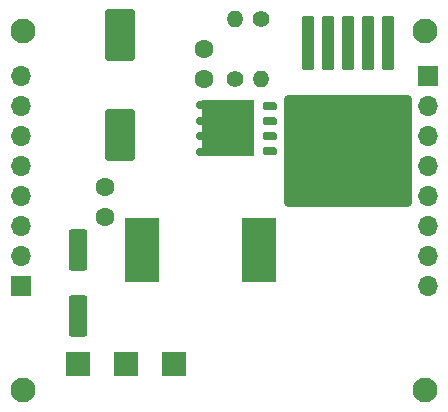
<source format=gbr>
%TF.GenerationSoftware,KiCad,Pcbnew,7.0.11*%
%TF.CreationDate,2025-01-20T01:33:53+09:00*%
%TF.ProjectId,VoltageBooster,566f6c74-6167-4654-926f-6f737465722e,rev?*%
%TF.SameCoordinates,Original*%
%TF.FileFunction,Soldermask,Top*%
%TF.FilePolarity,Negative*%
%FSLAX46Y46*%
G04 Gerber Fmt 4.6, Leading zero omitted, Abs format (unit mm)*
G04 Created by KiCad (PCBNEW 7.0.11) date 2025-01-20 01:33:53*
%MOMM*%
%LPD*%
G01*
G04 APERTURE LIST*
G04 Aperture macros list*
%AMRoundRect*
0 Rectangle with rounded corners*
0 $1 Rounding radius*
0 $2 $3 $4 $5 $6 $7 $8 $9 X,Y pos of 4 corners*
0 Add a 4 corners polygon primitive as box body*
4,1,4,$2,$3,$4,$5,$6,$7,$8,$9,$2,$3,0*
0 Add four circle primitives for the rounded corners*
1,1,$1+$1,$2,$3*
1,1,$1+$1,$4,$5*
1,1,$1+$1,$6,$7*
1,1,$1+$1,$8,$9*
0 Add four rect primitives between the rounded corners*
20,1,$1+$1,$2,$3,$4,$5,0*
20,1,$1+$1,$4,$5,$6,$7,0*
20,1,$1+$1,$6,$7,$8,$9,0*
20,1,$1+$1,$8,$9,$2,$3,0*%
G04 Aperture macros list end*
%ADD10RoundRect,0.250000X-0.550000X1.500000X-0.550000X-1.500000X0.550000X-1.500000X0.550000X1.500000X0*%
%ADD11C,2.100000*%
%ADD12R,2.000000X2.000000*%
%ADD13R,4.500000X4.700000*%
%ADD14RoundRect,0.175000X0.325000X0.175000X-0.325000X0.175000X-0.325000X-0.175000X0.325000X-0.175000X0*%
%ADD15RoundRect,0.162500X0.437500X0.162500X-0.437500X0.162500X-0.437500X-0.162500X0.437500X-0.162500X0*%
%ADD16R,2.900000X5.400000*%
%ADD17C,1.400000*%
%ADD18O,1.400000X1.400000*%
%ADD19RoundRect,0.250000X1.000000X-1.950000X1.000000X1.950000X-1.000000X1.950000X-1.000000X-1.950000X0*%
%ADD20RoundRect,0.250000X-0.300000X2.050000X-0.300000X-2.050000X0.300000X-2.050000X0.300000X2.050000X0*%
%ADD21RoundRect,0.250002X-5.149998X4.449998X-5.149998X-4.449998X5.149998X-4.449998X5.149998X4.449998X0*%
%ADD22R,1.700000X1.700000*%
%ADD23O,1.700000X1.700000*%
%ADD24C,1.600000*%
G04 APERTURE END LIST*
D10*
%TO.C,C1*%
X139954000Y-104896000D03*
X139954000Y-110496000D03*
%TD*%
D11*
%TO.C,REF\u002A\u002A*%
X169370000Y-116740000D03*
%TD*%
%TO.C,REF\u002A\u002A*%
X135360000Y-86360000D03*
%TD*%
D12*
%TO.C,REF\u002A\u002A*%
X144018000Y-114554000D03*
%TD*%
D13*
%TO.C,D1*%
X152710000Y-94615000D03*
D14*
X150460000Y-96610000D03*
X150460000Y-95280000D03*
X150460000Y-93950000D03*
X150460000Y-92620000D03*
D15*
X156210000Y-96520000D03*
X156210000Y-95250000D03*
X156210000Y-93980000D03*
X156210000Y-92710000D03*
%TD*%
D16*
%TO.C,L1*%
X145418000Y-104902000D03*
X155318000Y-104902000D03*
%TD*%
D17*
%TO.C,R2*%
X155448000Y-85344000D03*
D18*
X155448000Y-90424000D03*
%TD*%
D19*
%TO.C,C4*%
X143510000Y-95132000D03*
X143510000Y-86732000D03*
%TD*%
D20*
%TO.C,VR1*%
X166214000Y-87370000D03*
X164514000Y-87370000D03*
X162814000Y-87370000D03*
D21*
X162814000Y-96520000D03*
D20*
X161114000Y-87370000D03*
X159414000Y-87370000D03*
%TD*%
D22*
%TO.C,J2*%
X135128000Y-107950000D03*
D23*
X135128000Y-105410000D03*
X135128000Y-102870000D03*
X135128000Y-100330000D03*
X135128000Y-97790000D03*
X135128000Y-95250000D03*
X135128000Y-92710000D03*
X135128000Y-90170000D03*
%TD*%
D24*
%TO.C,C3*%
X150622000Y-90404000D03*
X150622000Y-87904000D03*
%TD*%
D12*
%TO.C,REF\u002A\u002A*%
X148082000Y-114554000D03*
%TD*%
D22*
%TO.C,J1*%
X169570000Y-90170000D03*
D23*
X169570000Y-92710000D03*
X169570000Y-95250000D03*
X169570000Y-97790000D03*
X169570000Y-100330000D03*
X169570000Y-102870000D03*
X169570000Y-105410000D03*
X169570000Y-107950000D03*
%TD*%
D11*
%TO.C,REF\u002A\u002A*%
X169350000Y-86350000D03*
%TD*%
D24*
%TO.C,C2*%
X142240000Y-102088000D03*
X142240000Y-99588000D03*
%TD*%
D11*
%TO.C,REF\u002A\u002A*%
X135360000Y-116720000D03*
%TD*%
D17*
%TO.C,R1*%
X153238000Y-90429000D03*
D18*
X153238000Y-85349000D03*
%TD*%
D12*
%TO.C,REF\u002A\u002A*%
X139954000Y-114554000D03*
%TD*%
M02*

</source>
